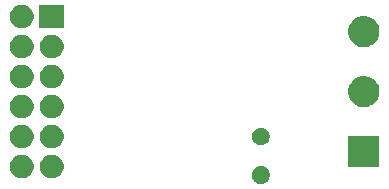
<source format=gbr>
G04 #@! TF.GenerationSoftware,KiCad,Pcbnew,5.0.2*
G04 #@! TF.CreationDate,2020-09-01T14:55:28+02:00*
G04 #@! TF.ProjectId,pmod-linky_tic,706d6f64-2d6c-4696-9e6b-795f7469632e,1*
G04 #@! TF.SameCoordinates,Original*
G04 #@! TF.FileFunction,Soldermask,Bot*
G04 #@! TF.FilePolarity,Negative*
%FSLAX46Y46*%
G04 Gerber Fmt 4.6, Leading zero omitted, Abs format (unit mm)*
G04 Created by KiCad (PCBNEW 5.0.2) date mar. 01 sept. 2020 14:55:28 CEST*
%MOMM*%
%LPD*%
G01*
G04 APERTURE LIST*
%ADD10C,0.100000*%
G04 APERTURE END LIST*
D10*
G36*
X153968992Y-111348081D02*
X154105623Y-111404676D01*
X154227760Y-111486286D01*
X154228591Y-111486841D01*
X154333159Y-111591409D01*
X154333161Y-111591412D01*
X154415324Y-111714377D01*
X154471919Y-111851008D01*
X154500770Y-111996056D01*
X154500770Y-112143944D01*
X154471919Y-112288992D01*
X154415324Y-112425623D01*
X154333714Y-112547760D01*
X154333159Y-112548591D01*
X154228591Y-112653159D01*
X154228588Y-112653161D01*
X154105623Y-112735324D01*
X153968992Y-112791919D01*
X153823944Y-112820770D01*
X153676056Y-112820770D01*
X153531008Y-112791919D01*
X153394377Y-112735324D01*
X153271412Y-112653161D01*
X153271409Y-112653159D01*
X153166841Y-112548591D01*
X153166286Y-112547760D01*
X153084676Y-112425623D01*
X153028081Y-112288992D01*
X152999230Y-112143944D01*
X152999230Y-111996056D01*
X153028081Y-111851008D01*
X153084676Y-111714377D01*
X153166839Y-111591412D01*
X153166841Y-111591409D01*
X153271409Y-111486841D01*
X153272240Y-111486286D01*
X153394377Y-111404676D01*
X153531008Y-111348081D01*
X153676056Y-111319230D01*
X153823944Y-111319230D01*
X153968992Y-111348081D01*
X153968992Y-111348081D01*
G37*
G36*
X136331981Y-110387468D02*
X136514150Y-110462925D01*
X136678103Y-110572475D01*
X136817525Y-110711897D01*
X136927075Y-110875850D01*
X137002532Y-111058019D01*
X137041000Y-111251410D01*
X137041000Y-111448590D01*
X137002532Y-111641981D01*
X136927075Y-111824150D01*
X136817525Y-111988103D01*
X136678103Y-112127525D01*
X136514150Y-112237075D01*
X136331981Y-112312532D01*
X136138590Y-112351000D01*
X135941410Y-112351000D01*
X135748019Y-112312532D01*
X135565850Y-112237075D01*
X135401897Y-112127525D01*
X135262475Y-111988103D01*
X135152925Y-111824150D01*
X135077468Y-111641981D01*
X135039000Y-111448590D01*
X135039000Y-111251410D01*
X135077468Y-111058019D01*
X135152925Y-110875850D01*
X135262475Y-110711897D01*
X135401897Y-110572475D01*
X135565850Y-110462925D01*
X135748019Y-110387468D01*
X135941410Y-110349000D01*
X136138590Y-110349000D01*
X136331981Y-110387468D01*
X136331981Y-110387468D01*
G37*
G36*
X133791981Y-110387468D02*
X133974150Y-110462925D01*
X134138103Y-110572475D01*
X134277525Y-110711897D01*
X134387075Y-110875850D01*
X134462532Y-111058019D01*
X134501000Y-111251410D01*
X134501000Y-111448590D01*
X134462532Y-111641981D01*
X134387075Y-111824150D01*
X134277525Y-111988103D01*
X134138103Y-112127525D01*
X133974150Y-112237075D01*
X133848811Y-112288992D01*
X133791981Y-112312532D01*
X133598590Y-112351000D01*
X133401410Y-112351000D01*
X133208019Y-112312532D01*
X133151189Y-112288992D01*
X133025850Y-112237075D01*
X132861897Y-112127525D01*
X132722475Y-111988103D01*
X132612925Y-111824150D01*
X132537468Y-111641981D01*
X132499000Y-111448590D01*
X132499000Y-111251410D01*
X132537468Y-111058019D01*
X132612925Y-110875850D01*
X132722475Y-110711897D01*
X132861897Y-110572475D01*
X133025850Y-110462925D01*
X133208019Y-110387468D01*
X133401410Y-110349000D01*
X133598590Y-110349000D01*
X133791981Y-110387468D01*
X133791981Y-110387468D01*
G37*
G36*
X163791000Y-111401000D02*
X161149000Y-111401000D01*
X161149000Y-108759000D01*
X163791000Y-108759000D01*
X163791000Y-111401000D01*
X163791000Y-111401000D01*
G37*
G36*
X133791981Y-107847468D02*
X133974150Y-107922925D01*
X134138103Y-108032475D01*
X134277525Y-108171897D01*
X134387075Y-108335850D01*
X134462532Y-108518019D01*
X134501000Y-108711410D01*
X134501000Y-108908590D01*
X134462532Y-109101981D01*
X134387075Y-109284150D01*
X134277525Y-109448103D01*
X134138103Y-109587525D01*
X133974150Y-109697075D01*
X133791981Y-109772532D01*
X133598590Y-109811000D01*
X133401410Y-109811000D01*
X133208019Y-109772532D01*
X133025850Y-109697075D01*
X132861897Y-109587525D01*
X132722475Y-109448103D01*
X132612925Y-109284150D01*
X132537468Y-109101981D01*
X132499000Y-108908590D01*
X132499000Y-108711410D01*
X132537468Y-108518019D01*
X132612925Y-108335850D01*
X132722475Y-108171897D01*
X132861897Y-108032475D01*
X133025850Y-107922925D01*
X133208019Y-107847468D01*
X133401410Y-107809000D01*
X133598590Y-107809000D01*
X133791981Y-107847468D01*
X133791981Y-107847468D01*
G37*
G36*
X136331981Y-107847468D02*
X136514150Y-107922925D01*
X136678103Y-108032475D01*
X136817525Y-108171897D01*
X136927075Y-108335850D01*
X137002532Y-108518019D01*
X137041000Y-108711410D01*
X137041000Y-108908590D01*
X137002532Y-109101981D01*
X136927075Y-109284150D01*
X136817525Y-109448103D01*
X136678103Y-109587525D01*
X136514150Y-109697075D01*
X136331981Y-109772532D01*
X136138590Y-109811000D01*
X135941410Y-109811000D01*
X135748019Y-109772532D01*
X135565850Y-109697075D01*
X135401897Y-109587525D01*
X135262475Y-109448103D01*
X135152925Y-109284150D01*
X135077468Y-109101981D01*
X135039000Y-108908590D01*
X135039000Y-108711410D01*
X135077468Y-108518019D01*
X135152925Y-108335850D01*
X135262475Y-108171897D01*
X135401897Y-108032475D01*
X135565850Y-107922925D01*
X135748019Y-107847468D01*
X135941410Y-107809000D01*
X136138590Y-107809000D01*
X136331981Y-107847468D01*
X136331981Y-107847468D01*
G37*
G36*
X153968992Y-108088081D02*
X154105623Y-108144676D01*
X154146366Y-108171900D01*
X154228591Y-108226841D01*
X154333159Y-108331409D01*
X154333161Y-108331412D01*
X154415324Y-108454377D01*
X154471919Y-108591008D01*
X154500770Y-108736056D01*
X154500770Y-108883944D01*
X154471919Y-109028992D01*
X154415324Y-109165623D01*
X154336126Y-109284150D01*
X154333159Y-109288591D01*
X154228591Y-109393159D01*
X154228588Y-109393161D01*
X154105623Y-109475324D01*
X153968992Y-109531919D01*
X153823944Y-109560770D01*
X153676056Y-109560770D01*
X153531008Y-109531919D01*
X153394377Y-109475324D01*
X153271412Y-109393161D01*
X153271409Y-109393159D01*
X153166841Y-109288591D01*
X153163874Y-109284150D01*
X153084676Y-109165623D01*
X153028081Y-109028992D01*
X152999230Y-108883944D01*
X152999230Y-108736056D01*
X153028081Y-108591008D01*
X153084676Y-108454377D01*
X153166839Y-108331412D01*
X153166841Y-108331409D01*
X153271409Y-108226841D01*
X153353634Y-108171900D01*
X153394377Y-108144676D01*
X153531008Y-108088081D01*
X153676056Y-108059230D01*
X153823944Y-108059230D01*
X153968992Y-108088081D01*
X153968992Y-108088081D01*
G37*
G36*
X133791981Y-105307468D02*
X133974150Y-105382925D01*
X134138103Y-105492475D01*
X134277525Y-105631897D01*
X134387075Y-105795850D01*
X134462532Y-105978019D01*
X134501000Y-106171410D01*
X134501000Y-106368590D01*
X134462532Y-106561981D01*
X134387075Y-106744150D01*
X134277525Y-106908103D01*
X134138103Y-107047525D01*
X133974150Y-107157075D01*
X133791981Y-107232532D01*
X133598590Y-107271000D01*
X133401410Y-107271000D01*
X133208019Y-107232532D01*
X133025850Y-107157075D01*
X132861897Y-107047525D01*
X132722475Y-106908103D01*
X132612925Y-106744150D01*
X132537468Y-106561981D01*
X132499000Y-106368590D01*
X132499000Y-106171410D01*
X132537468Y-105978019D01*
X132612925Y-105795850D01*
X132722475Y-105631897D01*
X132861897Y-105492475D01*
X133025850Y-105382925D01*
X133208019Y-105307468D01*
X133401410Y-105269000D01*
X133598590Y-105269000D01*
X133791981Y-105307468D01*
X133791981Y-105307468D01*
G37*
G36*
X136331981Y-105307468D02*
X136514150Y-105382925D01*
X136678103Y-105492475D01*
X136817525Y-105631897D01*
X136927075Y-105795850D01*
X137002532Y-105978019D01*
X137041000Y-106171410D01*
X137041000Y-106368590D01*
X137002532Y-106561981D01*
X136927075Y-106744150D01*
X136817525Y-106908103D01*
X136678103Y-107047525D01*
X136514150Y-107157075D01*
X136331981Y-107232532D01*
X136138590Y-107271000D01*
X135941410Y-107271000D01*
X135748019Y-107232532D01*
X135565850Y-107157075D01*
X135401897Y-107047525D01*
X135262475Y-106908103D01*
X135152925Y-106744150D01*
X135077468Y-106561981D01*
X135039000Y-106368590D01*
X135039000Y-106171410D01*
X135077468Y-105978019D01*
X135152925Y-105795850D01*
X135262475Y-105631897D01*
X135401897Y-105492475D01*
X135565850Y-105382925D01*
X135748019Y-105307468D01*
X135941410Y-105269000D01*
X136138590Y-105269000D01*
X136331981Y-105307468D01*
X136331981Y-105307468D01*
G37*
G36*
X162770250Y-103712843D02*
X162855322Y-103729765D01*
X162925735Y-103758931D01*
X163095728Y-103829344D01*
X163312092Y-103973914D01*
X163496086Y-104157908D01*
X163640656Y-104374272D01*
X163711069Y-104544265D01*
X163740235Y-104614678D01*
X163791000Y-104869893D01*
X163791000Y-105130107D01*
X163740712Y-105382926D01*
X163740235Y-105385321D01*
X163640656Y-105625728D01*
X163496086Y-105842092D01*
X163312092Y-106026086D01*
X163095728Y-106170656D01*
X162925735Y-106241069D01*
X162855322Y-106270235D01*
X162770250Y-106287157D01*
X162600109Y-106321000D01*
X162339891Y-106321000D01*
X162169750Y-106287157D01*
X162084678Y-106270235D01*
X162014265Y-106241069D01*
X161844272Y-106170656D01*
X161627908Y-106026086D01*
X161443914Y-105842092D01*
X161299344Y-105625728D01*
X161199765Y-105385321D01*
X161199289Y-105382926D01*
X161149000Y-105130107D01*
X161149000Y-104869893D01*
X161199765Y-104614678D01*
X161228931Y-104544265D01*
X161299344Y-104374272D01*
X161443914Y-104157908D01*
X161627908Y-103973914D01*
X161844272Y-103829344D01*
X162014265Y-103758931D01*
X162084678Y-103729765D01*
X162169750Y-103712843D01*
X162339891Y-103679000D01*
X162600109Y-103679000D01*
X162770250Y-103712843D01*
X162770250Y-103712843D01*
G37*
G36*
X136331981Y-102767468D02*
X136514150Y-102842925D01*
X136678103Y-102952475D01*
X136817525Y-103091897D01*
X136927075Y-103255850D01*
X137002532Y-103438019D01*
X137041000Y-103631410D01*
X137041000Y-103828590D01*
X137002532Y-104021981D01*
X136927075Y-104204150D01*
X136817525Y-104368103D01*
X136678103Y-104507525D01*
X136514150Y-104617075D01*
X136331981Y-104692532D01*
X136138590Y-104731000D01*
X135941410Y-104731000D01*
X135748019Y-104692532D01*
X135565850Y-104617075D01*
X135401897Y-104507525D01*
X135262475Y-104368103D01*
X135152925Y-104204150D01*
X135077468Y-104021981D01*
X135039000Y-103828590D01*
X135039000Y-103631410D01*
X135077468Y-103438019D01*
X135152925Y-103255850D01*
X135262475Y-103091897D01*
X135401897Y-102952475D01*
X135565850Y-102842925D01*
X135748019Y-102767468D01*
X135941410Y-102729000D01*
X136138590Y-102729000D01*
X136331981Y-102767468D01*
X136331981Y-102767468D01*
G37*
G36*
X133791981Y-102767468D02*
X133974150Y-102842925D01*
X134138103Y-102952475D01*
X134277525Y-103091897D01*
X134387075Y-103255850D01*
X134462532Y-103438019D01*
X134501000Y-103631410D01*
X134501000Y-103828590D01*
X134462532Y-104021981D01*
X134387075Y-104204150D01*
X134277525Y-104368103D01*
X134138103Y-104507525D01*
X133974150Y-104617075D01*
X133791981Y-104692532D01*
X133598590Y-104731000D01*
X133401410Y-104731000D01*
X133208019Y-104692532D01*
X133025850Y-104617075D01*
X132861897Y-104507525D01*
X132722475Y-104368103D01*
X132612925Y-104204150D01*
X132537468Y-104021981D01*
X132499000Y-103828590D01*
X132499000Y-103631410D01*
X132537468Y-103438019D01*
X132612925Y-103255850D01*
X132722475Y-103091897D01*
X132861897Y-102952475D01*
X133025850Y-102842925D01*
X133208019Y-102767468D01*
X133401410Y-102729000D01*
X133598590Y-102729000D01*
X133791981Y-102767468D01*
X133791981Y-102767468D01*
G37*
G36*
X136331981Y-100227468D02*
X136514150Y-100302925D01*
X136678103Y-100412475D01*
X136817525Y-100551897D01*
X136927075Y-100715850D01*
X137002532Y-100898019D01*
X137041000Y-101091410D01*
X137041000Y-101288590D01*
X137002532Y-101481981D01*
X136927075Y-101664150D01*
X136817525Y-101828103D01*
X136678103Y-101967525D01*
X136514150Y-102077075D01*
X136331981Y-102152532D01*
X136138590Y-102191000D01*
X135941410Y-102191000D01*
X135748019Y-102152532D01*
X135565850Y-102077075D01*
X135401897Y-101967525D01*
X135262475Y-101828103D01*
X135152925Y-101664150D01*
X135077468Y-101481981D01*
X135039000Y-101288590D01*
X135039000Y-101091410D01*
X135077468Y-100898019D01*
X135152925Y-100715850D01*
X135262475Y-100551897D01*
X135401897Y-100412475D01*
X135565850Y-100302925D01*
X135748019Y-100227468D01*
X135941410Y-100189000D01*
X136138590Y-100189000D01*
X136331981Y-100227468D01*
X136331981Y-100227468D01*
G37*
G36*
X133791981Y-100227468D02*
X133974150Y-100302925D01*
X134138103Y-100412475D01*
X134277525Y-100551897D01*
X134387075Y-100715850D01*
X134462532Y-100898019D01*
X134501000Y-101091410D01*
X134501000Y-101288590D01*
X134462532Y-101481981D01*
X134387075Y-101664150D01*
X134277525Y-101828103D01*
X134138103Y-101967525D01*
X133974150Y-102077075D01*
X133791981Y-102152532D01*
X133598590Y-102191000D01*
X133401410Y-102191000D01*
X133208019Y-102152532D01*
X133025850Y-102077075D01*
X132861897Y-101967525D01*
X132722475Y-101828103D01*
X132612925Y-101664150D01*
X132537468Y-101481981D01*
X132499000Y-101288590D01*
X132499000Y-101091410D01*
X132537468Y-100898019D01*
X132612925Y-100715850D01*
X132722475Y-100551897D01*
X132861897Y-100412475D01*
X133025850Y-100302925D01*
X133208019Y-100227468D01*
X133401410Y-100189000D01*
X133598590Y-100189000D01*
X133791981Y-100227468D01*
X133791981Y-100227468D01*
G37*
G36*
X162770250Y-98632843D02*
X162855322Y-98649765D01*
X162925735Y-98678931D01*
X163095728Y-98749344D01*
X163312092Y-98893914D01*
X163496086Y-99077908D01*
X163640656Y-99294272D01*
X163711069Y-99464265D01*
X163740235Y-99534678D01*
X163791000Y-99789893D01*
X163791000Y-100050107D01*
X163740712Y-100302926D01*
X163740235Y-100305321D01*
X163640656Y-100545728D01*
X163496086Y-100762092D01*
X163312092Y-100946086D01*
X163095728Y-101090656D01*
X162925735Y-101161069D01*
X162855322Y-101190235D01*
X162770250Y-101207157D01*
X162600109Y-101241000D01*
X162339891Y-101241000D01*
X162169750Y-101207157D01*
X162084678Y-101190235D01*
X162014265Y-101161069D01*
X161844272Y-101090656D01*
X161627908Y-100946086D01*
X161443914Y-100762092D01*
X161299344Y-100545728D01*
X161199765Y-100305321D01*
X161199289Y-100302926D01*
X161149000Y-100050107D01*
X161149000Y-99789893D01*
X161199765Y-99534678D01*
X161228931Y-99464265D01*
X161299344Y-99294272D01*
X161443914Y-99077908D01*
X161627908Y-98893914D01*
X161844272Y-98749344D01*
X162014265Y-98678931D01*
X162084678Y-98649765D01*
X162169750Y-98632843D01*
X162339891Y-98599000D01*
X162600109Y-98599000D01*
X162770250Y-98632843D01*
X162770250Y-98632843D01*
G37*
G36*
X133791981Y-97687468D02*
X133974150Y-97762925D01*
X134138103Y-97872475D01*
X134277525Y-98011897D01*
X134387075Y-98175850D01*
X134462532Y-98358019D01*
X134501000Y-98551410D01*
X134501000Y-98748590D01*
X134462532Y-98941981D01*
X134387075Y-99124150D01*
X134277525Y-99288103D01*
X134138103Y-99427525D01*
X133974150Y-99537075D01*
X133791981Y-99612532D01*
X133598590Y-99651000D01*
X133401410Y-99651000D01*
X133208019Y-99612532D01*
X133025850Y-99537075D01*
X132861897Y-99427525D01*
X132722475Y-99288103D01*
X132612925Y-99124150D01*
X132537468Y-98941981D01*
X132499000Y-98748590D01*
X132499000Y-98551410D01*
X132537468Y-98358019D01*
X132612925Y-98175850D01*
X132722475Y-98011897D01*
X132861897Y-97872475D01*
X133025850Y-97762925D01*
X133208019Y-97687468D01*
X133401410Y-97649000D01*
X133598590Y-97649000D01*
X133791981Y-97687468D01*
X133791981Y-97687468D01*
G37*
G36*
X137091000Y-99651000D02*
X134989000Y-99651000D01*
X134989000Y-97649000D01*
X137091000Y-97649000D01*
X137091000Y-99651000D01*
X137091000Y-99651000D01*
G37*
M02*

</source>
